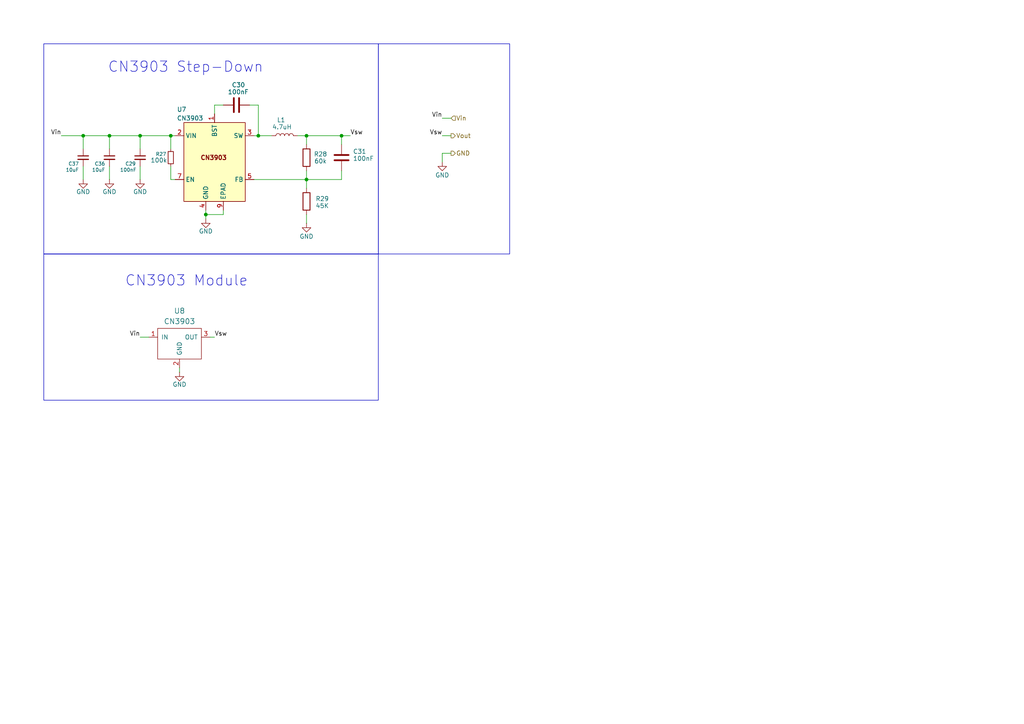
<source format=kicad_sch>
(kicad_sch (version 20250114) (generator "eeschema") (generator_version "9.0")
  (paper "A4")
  (lib_symbols
    (symbol "Device:C" (pin_numbers (hide yes)) (pin_names (offset 0.254))
      (property "Reference" "C" (at 0.635 2.54 0))
      (property "Value" "C" (at 0.635 -2.54 0))
      (symbol "C_0_1"
        (polyline (pts (xy -2.032 0.762) (xy 2.032 0.762)) (stroke (width 0.508)))
        (polyline (pts (xy -2.032 -0.762) (xy 2.032 -0.762)) (stroke (width 0.508)))
      )
      (symbol "C_1_1"
        (pin passive line (at 0 3.81 270) (length 2.794) (name "~") (number "1"))
        (pin passive line (at 0 -3.81 90) (length 2.794) (name "~") (number "2"))
      )
    )
    (symbol "Device:C_Small" (pin_numbers (hide yes)) (pin_names (offset 0.254) (hide yes))
      (property "Reference" "C" (at 0.254 1.778 0))
      (property "Value" "C_Small" (at 0.254 -2.032 0))
      (symbol "C_Small_0_1"
        (polyline (pts (xy -1.524 0.508) (xy 1.524 0.508)) (stroke (width 0.3048)))
        (polyline (pts (xy -1.524 -0.508) (xy 1.524 -0.508)) (stroke (width 0.3302)))
      )
      (symbol "C_Small_1_1"
        (pin passive line (at 0 2.54 270) (length 2.032) (name "~") (number "1"))
        (pin passive line (at 0 -2.54 90) (length 2.032) (name "~") (number "2"))
      )
    )
    (symbol "Device:L" (pin_numbers (hide yes)) (pin_names (offset 1.016) (hide yes))
      (property "Reference" "L" (at -1.27 0 90))
      (property "Value" "L" (at 1.905 0 90))
      (symbol "L_0_1"
        (arc (start 0 2.54) (mid 0.6323 1.905) (end 0 1.27))
        (arc (start 0 1.27) (mid 0.6323 0.635) (end 0 0))
        (arc (start 0 0) (mid 0.6323 -0.635) (end 0 -1.27))
        (arc (start 0 -1.27) (mid 0.6323 -1.905) (end 0 -2.54))
      )
      (symbol "L_1_1"
        (pin passive line (at 0 3.81 270) (length 1.27) (name "1") (number "1"))
        (pin passive line (at 0 -3.81 90) (length 1.27) (name "2") (number "2"))
      )
    )
    (symbol "Device:R" (pin_numbers (hide yes)) (pin_names (offset 0))
      (property "Reference" "R" (at 2.032 0 90))
      (property "Value" "R" (at 0 0 90))
      (symbol "R_0_1"
        (rectangle (start -1.016 -2.54) (end 1.016 2.54) (stroke (width 0.254)))
      )
      (symbol "R_1_1"
        (pin passive line (at 0 3.81 270) (length 1.27) (name "~") (number "1"))
        (pin passive line (at 0 -3.81 90) (length 1.27) (name "~") (number "2"))
      )
    )
    (symbol "Device:R_Small" (pin_numbers (hide yes)) (pin_names (offset 0.254) (hide yes))
      (property "Reference" "R" (at 0 0 90))
      (property "Value" "R_Small" (at 1.778 0 90))
      (symbol "R_Small_0_1"
        (rectangle (start -0.762 1.778) (end 0.762 -1.778) (stroke (width 0.2032)))
      )
      (symbol "R_Small_1_1"
        (pin passive line (at 0 2.54 270) (length 0.762) (name "~") (number "1"))
        (pin passive line (at 0 -2.54 90) (length 0.762) (name "~") (number "2"))
      )
    )
    (symbol "MixLib:CN3903"
      (property "Reference" "U10" (at -10.922 15.24 0))
      (property "Value" "CN3903" (at -10.922 12.7 0))
      (symbol "CN3903_1_1"
        (rectangle (start -8.89 11.43) (end 8.89 -11.43) (stroke (width 0.2)) (fill (type color) (color 255 255 194 1)))
        (text "CN3903" (at -0.254 1.27 0) (effects (font (size 1.27 1.27) (bold yes))))
        (pin power_in line (at -11.43 7.62 0) (length 2.54) (name "VIN") (number "2"))
        (pin no_connect line (at -11.43 1.27 0) (length 2.54) (hide yes) (name "NC") (number "6"))
        (pin output line (at -11.43 -5.08 0) (length 2.54) (name "EN") (number "7"))
        (pin power_in line (at -2.54 -13.97 90) (length 2.54) (name "GND") (number "4"))
        (pin input line (at 0 13.97 270) (length 2.54) (name "BST") (number "1"))
        (pin power_in line (at 2.54 -13.97 90) (length 2.54) (name "EPAD") (number "9"))
        (pin power_out line (at 11.43 7.62 180) (length 2.54) (name "SW") (number "3"))
        (pin no_connect line (at 11.43 1.27 180) (length 2.54) (hide yes) (name "NC") (number "8"))
        (pin output line (at 11.43 -5.08 180) (length 2.54) (name "FB") (number "5"))
      )
    )
    (symbol "MixLib:Mini360" (pin_names (offset 1.016))
      (property "Reference" "U" (at -8.89 -1.016 0))
      (property "Value" "Mini360" (at -4.572 8.128 0))
      (symbol "Mini360_1_1"
        (rectangle (start -10.16 6.35) (end 2.54 -2.54))
        (pin power_in line (at -12.7 3.81 0) (length 2.54) (name "IN") (number "1"))
        (pin power_out line (at -3.81 -5.08 90) (length 2.54) (name "GND") (number "2"))
        (pin power_out line (at 5.08 3.81 180) (length 2.54) (name "OUT") (number "3"))
      )
    )
    (symbol "power:GND" (power) (pin_numbers (hide yes)) (pin_names (offset 0) (hide yes))
      (property "Value" "GND" (at 0 -3.81 0))
      (symbol "GND_0_1"
        (polyline (pts (xy 0 0) (xy 0 -1.27) (xy 1.27 -1.27) (xy 0 -2.54) (xy -1.27 -1.27) (xy 0 -1.27)))
      )
      (symbol "GND_1_1"
        (pin power_in line (at 0 0 270) (length 0) (name "~") (number "1"))
      )
    )
  )
  (rectangle (start 12.7 73.66) (end 109.728 116.078))
  (rectangle (start 109.728 12.7) (end 147.828 73.66))
  (rectangle (start 12.7 12.7) (end 109.728 73.66))
  (text "CN3903 Module" (at 54.102 81.534 0) (effects (font (size 3 3))))
  (text "CN3903 Step-Down" (at 53.848 19.558 0) (effects (font (size 3 3))))
  (junction (at 31.75 39.37))
  (junction (at 24.13 39.37))
  (junction (at 88.9 39.37))
  (junction (at 74.93 39.37))
  (junction (at 49.53 39.37))
  (junction (at 40.64 39.37))
  (junction (at 99.06 39.37))
  (junction (at 88.9 52.07))
  (junction (at 59.69 62.23))
  (wire (pts (xy 64.77 30.48) (xy 62.23 30.48)))
  (wire (pts (xy 73.66 39.37) (xy 74.93 39.37)))
  (wire (pts (xy 40.64 43.18) (xy 40.64 39.37)))
  (wire (pts (xy 64.77 60.96) (xy 64.77 62.23)))
  (wire (pts (xy 49.53 39.37) (xy 50.8 39.37)))
  (wire (pts (xy 99.06 52.07) (xy 99.06 49.53)))
  (wire (pts (xy 62.23 30.48) (xy 62.23 33.02)))
  (wire (pts (xy 128.27 39.37) (xy 130.81 39.37)))
  (wire (pts (xy 17.78 39.37) (xy 24.13 39.37)))
  (wire (pts (xy 31.75 39.37) (xy 40.64 39.37)))
  (wire (pts (xy 49.53 43.18) (xy 49.53 39.37)))
  (wire (pts (xy 24.13 43.18) (xy 24.13 39.37)))
  (wire (pts (xy 88.9 52.07) (xy 88.9 49.53)))
  (wire (pts (xy 128.27 44.45) (xy 130.81 44.45)))
  (wire (pts (xy 88.9 62.23) (xy 88.9 64.77)))
  (wire (pts (xy 74.93 39.37) (xy 78.74 39.37)))
  (wire (pts (xy 49.53 52.07) (xy 50.8 52.07)))
  (wire (pts (xy 88.9 41.91) (xy 88.9 39.37)))
  (wire (pts (xy 99.06 39.37) (xy 88.9 39.37)))
  (wire (pts (xy 40.64 97.79) (xy 43.18 97.79)))
  (wire (pts (xy 24.13 39.37) (xy 31.75 39.37)))
  (wire (pts (xy 74.93 30.48) (xy 74.93 39.37)))
  (wire (pts (xy 60.96 97.79) (xy 62.23 97.79)))
  (wire (pts (xy 73.66 52.07) (xy 88.9 52.07)))
  (wire (pts (xy 31.75 48.26) (xy 31.75 52.07)))
  (wire (pts (xy 128.27 34.29) (xy 130.81 34.29)))
  (wire (pts (xy 59.69 60.96) (xy 59.69 62.23)))
  (wire (pts (xy 64.77 62.23) (xy 59.69 62.23)))
  (wire (pts (xy 40.64 48.26) (xy 40.64 52.07)))
  (wire (pts (xy 88.9 52.07) (xy 99.06 52.07)))
  (wire (pts (xy 40.64 39.37) (xy 49.53 39.37)))
  (wire (pts (xy 99.06 41.91) (xy 99.06 39.37)))
  (wire (pts (xy 49.53 48.26) (xy 49.53 52.07)))
  (wire (pts (xy 88.9 39.37) (xy 86.36 39.37)))
  (wire (pts (xy 128.27 46.99) (xy 128.27 44.45)))
  (wire (pts (xy 59.69 62.23) (xy 59.69 63.5)))
  (wire (pts (xy 52.07 106.68) (xy 52.07 107.95)))
  (wire (pts (xy 88.9 52.07) (xy 88.9 54.61)))
  (wire (pts (xy 31.75 43.18) (xy 31.75 39.37)))
  (wire (pts (xy 24.13 48.26) (xy 24.13 52.07)))
  (wire (pts (xy 99.06 39.37) (xy 101.6 39.37)))
  (wire (pts (xy 74.93 30.48) (xy 72.39 30.48)))
  (label "Vsw" (at 101.6 39.37 0))
  (label "Vsw" (at 128.27 39.37 180))
  (label "Vsw" (at 62.23 97.79 0))
  (label "Vin" (at 17.78 39.37 180))
  (label "Vin" (at 40.64 97.79 180))
  (label "Vin" (at 128.27 34.29 180))
  (hierarchical_label "Vout" (shape output) (at 130.81 39.37 0))
  (hierarchical_label "Vin" (shape input) (at 130.81 34.29 0))
  (hierarchical_label "GND" (shape output) (at 130.81 44.45 0))
  (symbol (lib_id "Device:C") (at 68.58 30.48 90) (unit 1)
    (property "Reference" "C30" (at 71.12 24.638 90) (effects (justify left)))
    (property "Value" "100nF" (at 72.136 26.67 90) (effects (justify left)))
    (property "Footprint" "Capacitor_SMD:C_0402_1005Metric_Pad0.74x0.62mm_HandSolder" (effects (hide yes)))
  )
  (symbol (lib_id "Device:C_Small") (at 24.13 45.72 0) (unit 1)
    (property "Reference" "C37" (at 19.812 47.498 0) (effects (font (size 1 1)) (justify left)))
    (property "Value" "10uF" (at 19.05 49.276 0) (effects (font (size 1 1)) (justify left)))
    (property "Footprint" "Capacitor_SMD:C_0603_1608Metric" (effects (hide yes)))
    (property "Description" "Unpolarized capacitor, small symbol" (effects (hide yes)))
  )
  (symbol (lib_id "Device:R") (at 88.9 45.72 0) (unit 1)
    (property "Reference" "R28" (at 92.964 44.704 0))
    (property "Value" "60k" (at 92.964 46.736 0))
    (property "Footprint" "Resistor_SMD:R_0402_1005Metric_Pad0.72x0.64mm_HandSolder" (effects (hide yes)))
  )
  (symbol (lib_id "power:GND") (at 40.64 52.07 0) (unit 1)
    (property "Reference" "#PWR053" (effects (hide yes)))
    (property "Value" "GND" (at 40.64 55.626 0))
    (property "Description" "Power symbol creates a global label with name \"GND\" , ground" (effects (hide yes)))
  )
  (symbol (lib_id "power:GND") (at 88.9 64.77 0) (unit 1)
    (property "Reference" "#PWR056" (effects (hide yes)))
    (property "Value" "GND" (at 88.9 68.58 0))
  )
  (symbol (lib_id "power:GND") (at 128.27 46.99 0) (unit 1)
    (property "Reference" "#PWR057" (effects (hide yes)))
    (property "Value" "GND" (at 128.27 50.8 0))
  )
  (symbol (lib_id "MixLib:CN3903") (at 62.23 46.99 0) (unit 1)
    (property "Reference" "U7" (at 51.308 31.75 0) (effects (justify left)))
    (property "Value" "CN3903" (at 51.308 34.29 0) (effects (justify left)))
    (property "Footprint" "Package_SO:SOIC-8-1EP_3.9x4.9mm_P1.27mm_EP2.41x3.3mm_ThermalVias" (effects (hide yes)))
    (property "Datasheet" "https://datasheet4u.com/pdf-down/C/N/3/CN3903-Chipnet.pdf" (effects (hide yes)))
    (property "Description" "36V 3.5A 500KHz Synchronous Step-Down Converter" (effects (hide yes)))
  )
  (symbol (lib_id "Device:C") (at 99.06 45.72 0) (unit 1)
    (property "Reference" "C31" (at 102.362 43.942 0) (effects (justify left)))
    (property "Value" "100nF" (at 102.362 45.974 0) (effects (justify left)))
    (property "Footprint" "Capacitor_SMD:C_0402_1005Metric_Pad0.74x0.62mm_HandSolder" (effects (hide yes)))
  )
  (symbol (lib_id "Device:R_Small") (at 49.53 45.72 0) (mirror x) (unit 1)
    (property "Reference" "R27" (at 48.26 44.704 0) (effects (font (size 1.016 1.016)) (justify right)))
    (property "Value" "100k" (at 48.514 46.482 0) (effects (justify right)))
    (property "Footprint" "PCM_Diode_SMD_AKL:D_0402_1005Metric" (effects (hide yes)))
    (property "Description" "Resistor, small symbol" (effects (hide yes)))
  )
  (symbol (lib_id "power:GND") (at 24.13 52.07 0) (unit 1)
    (property "Reference" "#PWR068" (effects (hide yes)))
    (property "Value" "GND" (at 24.13 55.626 0))
    (property "Description" "Power symbol creates a global label with name \"GND\" , ground" (effects (hide yes)))
  )
  (symbol (lib_id "power:GND") (at 52.07 107.95 0) (unit 1)
    (property "Reference" "#PWR055" (effects (hide yes)))
    (property "Value" "GND" (at 52.07 111.506 0))
    (property "Description" "Power symbol creates a global label with name \"GND\" , ground" (effects (hide yes)))
  )
  (symbol (lib_id "Device:C_Small") (at 31.75 45.72 0) (unit 1)
    (property "Reference" "C36" (at 27.432 47.498 0) (effects (font (size 1 1)) (justify left)))
    (property "Value" "10uF" (at 26.67 49.276 0) (effects (font (size 1 1)) (justify left)))
    (property "Footprint" "Capacitor_SMD:C_0603_1608Metric" (effects (hide yes)))
    (property "Description" "Unpolarized capacitor, small symbol" (effects (hide yes)))
  )
  (symbol (lib_id "Device:C_Small") (at 40.64 45.72 0) (unit 1)
    (property "Reference" "C29" (at 36.322 47.498 0) (effects (font (size 1 1)) (justify left)))
    (property "Value" "100nF" (at 34.798 49.276 0) (effects (font (size 1 1)) (justify left)))
    (property "Footprint" "Capacitor_SMD:C_0603_1608Metric" (effects (hide yes)))
    (property "Description" "Unpolarized capacitor, small symbol" (effects (hide yes)))
  )
  (symbol (lib_id "power:GND") (at 31.75 52.07 0) (unit 1)
    (property "Reference" "#PWR067" (effects (hide yes)))
    (property "Value" "GND" (at 31.75 55.626 0))
    (property "Description" "Power symbol creates a global label with name \"GND\" , ground" (effects (hide yes)))
  )
  (symbol (lib_id "power:GND") (at 59.69 63.5 0) (unit 1)
    (property "Reference" "#PWR054" (effects (hide yes)))
    (property "Value" "GND" (at 59.69 67.056 0))
    (property "Description" "Power symbol creates a global label with name \"GND\" , ground" (effects (hide yes)))
  )
  (symbol (lib_id "MixLib:Mini360") (at 55.88 101.6 0) (unit 1)
    (property "Reference" "U8" (at 52.07 90.17 0) (effects (font (size 1.524 1.524))))
    (property "Value" "CN3903" (at 52.07 93.218 0) (effects (font (size 1.524 1.524))))
    (property "Footprint" "MixLib:Mini360_step-down" (effects (hide yes)))
  )
  (symbol (lib_id "Device:R") (at 88.9 58.42 180) (unit 1)
    (property "Reference" "R29" (at 93.472 57.658 0))
    (property "Value" "45K" (at 93.472 59.69 0))
    (property "Footprint" "Resistor_SMD:R_0402_1005Metric_Pad0.72x0.64mm_HandSolder" (effects (hide yes)))
  )
  (symbol (lib_id "Device:L") (at 82.55 39.37 90) (unit 1)
    (property "Reference" "L1" (at 81.534 34.798 90))
    (property "Value" "4.7uH" (at 81.788 36.83 90))
    (property "Footprint" "Inductor_SMD:L_Wuerth_HCM-7050" (effects (hide yes)))
  )
)
</source>
